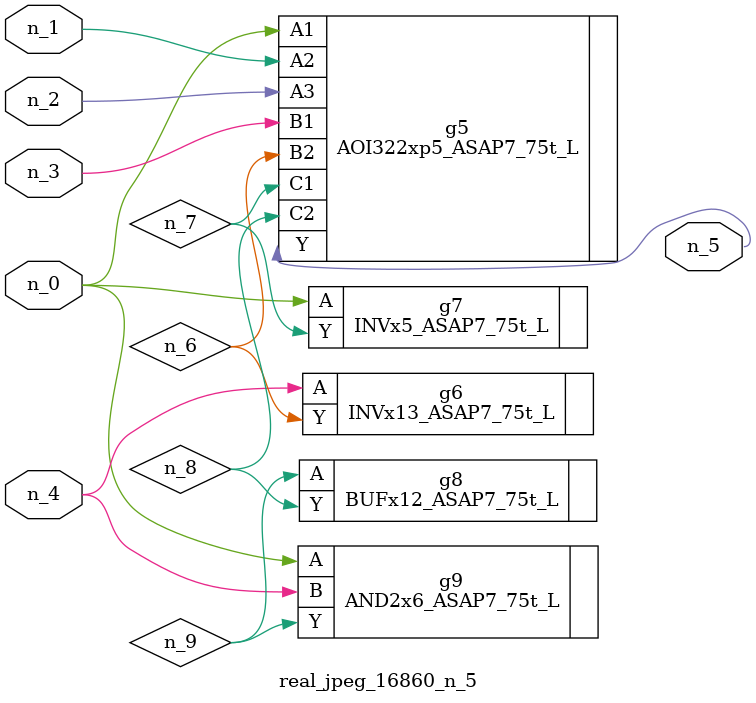
<source format=v>
module real_jpeg_16860_n_5 (n_4, n_0, n_1, n_2, n_3, n_5);

input n_4;
input n_0;
input n_1;
input n_2;
input n_3;

output n_5;

wire n_8;
wire n_6;
wire n_7;
wire n_9;

AOI322xp5_ASAP7_75t_L g5 ( 
.A1(n_0),
.A2(n_1),
.A3(n_2),
.B1(n_3),
.B2(n_6),
.C1(n_7),
.C2(n_8),
.Y(n_5)
);

INVx5_ASAP7_75t_L g7 ( 
.A(n_0),
.Y(n_7)
);

AND2x6_ASAP7_75t_L g9 ( 
.A(n_0),
.B(n_4),
.Y(n_9)
);

INVx13_ASAP7_75t_L g6 ( 
.A(n_4),
.Y(n_6)
);

BUFx12_ASAP7_75t_L g8 ( 
.A(n_9),
.Y(n_8)
);


endmodule
</source>
